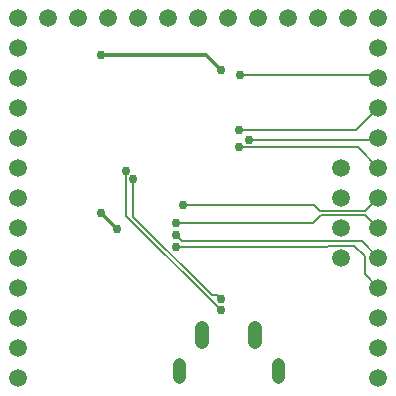
<source format=gbr>
G04 EAGLE Gerber X2 export*
%TF.Part,Single*%
%TF.FileFunction,Copper,L2,Bot,Mixed*%
%TF.FilePolarity,Positive*%
%TF.GenerationSoftware,Autodesk,EAGLE,8.6.0*%
%TF.CreationDate,2018-09-01T13:25:50Z*%
G75*
%MOMM*%
%FSLAX34Y34*%
%LPD*%
%AMOC8*
5,1,8,0,0,1.08239X$1,22.5*%
G01*
%ADD10C,1.108000*%
%ADD11C,1.208000*%
%ADD12C,1.500000*%
%ADD13C,0.756400*%
%ADD14C,0.304800*%
%ADD15C,0.152400*%


D10*
X238600Y19860D02*
X238600Y30940D01*
X155100Y30940D02*
X155100Y19860D01*
D11*
X174600Y49360D02*
X174600Y61440D01*
X219100Y61440D02*
X219100Y49360D01*
D12*
X323850Y19050D03*
X292100Y120650D03*
D13*
X190500Y279400D03*
D14*
X177800Y292100D01*
X88900Y292100D01*
D13*
X88900Y292100D03*
X88900Y158410D03*
D14*
X102530Y144780D01*
X102870Y144780D01*
D13*
X102870Y144780D03*
D12*
X19050Y44450D03*
X292100Y171450D03*
X292100Y196850D03*
X323850Y69850D03*
X292100Y146050D03*
D13*
X190500Y76200D03*
D15*
X110490Y156210D01*
X110490Y194310D01*
D13*
X110490Y194310D03*
X190500Y85288D03*
D15*
X186888Y88900D01*
X182880Y88900D01*
X116558Y155222D01*
X116558Y187526D01*
D13*
X116558Y187526D03*
D12*
X323850Y44450D03*
X19050Y19050D03*
X323850Y247650D03*
D13*
X205740Y228600D03*
D15*
X304800Y228600D01*
X323850Y247650D01*
D12*
X323850Y273050D03*
D13*
X207010Y275590D03*
D15*
X321310Y275590D01*
X323850Y273050D01*
D12*
X323850Y298450D03*
X323850Y323850D03*
X298450Y323850D03*
X273050Y323850D03*
X247650Y323850D03*
X222250Y323850D03*
X196850Y323850D03*
X171450Y323850D03*
X146050Y323850D03*
X120650Y323850D03*
X95250Y323850D03*
X69850Y323850D03*
X19050Y323850D03*
X44450Y323850D03*
X19050Y273050D03*
X19050Y69850D03*
X19050Y95250D03*
X19050Y120650D03*
X19050Y146050D03*
X19050Y171450D03*
X19050Y196850D03*
X19050Y222250D03*
X19050Y247650D03*
X323850Y222250D03*
D13*
X214630Y220416D03*
D15*
X322016Y220416D01*
X323850Y222250D01*
D12*
X323850Y196850D03*
D13*
X205740Y214348D03*
D15*
X306352Y214348D01*
X323850Y196850D01*
D12*
X323850Y171450D03*
D13*
X158270Y165085D03*
D15*
X269255Y165085D01*
X274320Y160020D01*
X312420Y160020D01*
X323850Y171450D01*
D12*
X323850Y146050D03*
D13*
X152400Y149860D03*
D15*
X312928Y156972D02*
X323850Y146050D01*
X312928Y156972D02*
X275590Y156972D01*
X268478Y149860D01*
X152400Y149860D01*
D12*
X323850Y120650D03*
D13*
X152400Y139700D03*
D15*
X157480Y134620D02*
X309880Y134620D01*
X323850Y120650D01*
X157480Y134620D02*
X152400Y139700D01*
D12*
X323850Y95250D03*
D13*
X152400Y129540D03*
D15*
X280670Y129540D01*
X281940Y130810D01*
X303530Y130810D01*
X312420Y106680D02*
X323850Y95250D01*
X312420Y121920D02*
X303530Y130810D01*
X312420Y121920D02*
X312420Y106680D01*
D12*
X19050Y298450D03*
M02*

</source>
